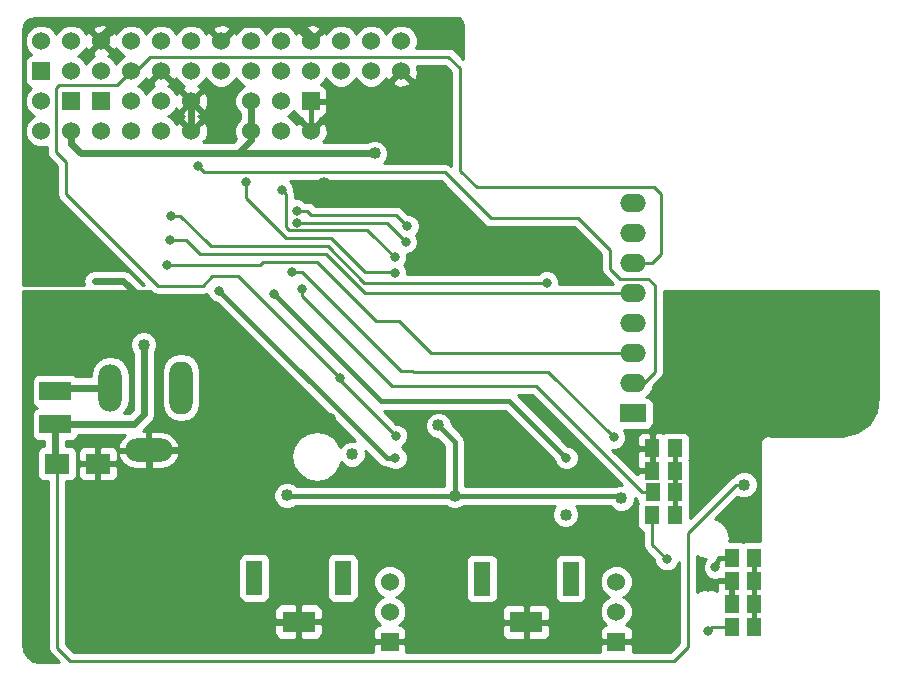
<source format=gbl>
G04 (created by PCBNEW (2013-08-20 BZR 4294)-product) date 9/16/2013 9:24:49 PM*
%MOIN*%
G04 Gerber Fmt 3.4, Leading zero omitted, Abs format*
%FSLAX34Y34*%
G01*
G70*
G90*
G04 APERTURE LIST*
%ADD10C,0.001000*%
%ADD11R,0.055118X0.114173*%
%ADD12R,0.110236X0.070866*%
%ADD13R,0.060000X0.060000*%
%ADD14C,0.060000*%
%ADD15R,0.086600X0.060000*%
%ADD16O,0.086600X0.060000*%
%ADD17R,0.051200X0.059000*%
%ADD18R,0.082700X0.066900*%
%ADD19R,0.106000X0.063000*%
%ADD20O,0.157500X0.078700*%
%ADD21O,0.078700X0.157500*%
%ADD22O,0.078700X0.177200*%
%ADD23C,0.040000*%
%ADD24C,0.032000*%
%ADD25C,0.018000*%
%ADD26C,0.024000*%
%ADD27C,0.010000*%
G04 APERTURE END LIST*
G54D10*
G54D11*
X83031Y-62696D03*
G54D12*
X81555Y-64153D03*
G54D11*
X80078Y-62696D03*
X75440Y-62673D03*
G54D12*
X73964Y-64129D03*
G54D11*
X72488Y-62673D03*
G54D13*
X65385Y-45776D03*
G54D14*
X65385Y-44776D03*
X66385Y-45776D03*
X66385Y-44776D03*
X67385Y-45776D03*
X67385Y-44776D03*
X68385Y-45776D03*
X68385Y-44776D03*
X69385Y-45776D03*
X69385Y-44776D03*
X70385Y-45776D03*
X70385Y-44776D03*
X71385Y-45776D03*
X71385Y-44776D03*
X72385Y-45776D03*
X72385Y-44776D03*
X73385Y-45776D03*
X73385Y-44776D03*
X74385Y-45776D03*
X74385Y-44776D03*
X75385Y-45776D03*
X75385Y-44776D03*
X76385Y-45776D03*
X76385Y-44776D03*
X77385Y-45776D03*
X77385Y-44776D03*
G54D15*
X85118Y-57181D03*
G54D16*
X85118Y-56181D03*
X85118Y-55181D03*
X85118Y-54181D03*
X85118Y-53181D03*
X85118Y-52181D03*
X85118Y-51181D03*
X85118Y-50181D03*
G54D17*
X85760Y-60584D03*
X86510Y-60584D03*
X88412Y-62000D03*
X89162Y-62000D03*
G54D13*
X74380Y-46780D03*
G54D14*
X74380Y-47780D03*
X73380Y-46780D03*
X73380Y-47780D03*
X72380Y-46780D03*
X72380Y-47780D03*
G54D17*
X86502Y-58352D03*
X85752Y-58352D03*
X89154Y-62763D03*
X88404Y-62763D03*
X85764Y-59805D03*
X86514Y-59805D03*
X88412Y-64303D03*
X89162Y-64303D03*
G54D18*
X65917Y-58870D03*
X67279Y-58870D03*
G54D19*
X65850Y-56450D03*
X65850Y-57550D03*
G54D13*
X67388Y-46781D03*
G54D14*
X67388Y-47781D03*
X68388Y-46781D03*
X68388Y-47781D03*
X69388Y-46781D03*
X69388Y-47781D03*
X70388Y-46781D03*
X70388Y-47781D03*
G54D13*
X66385Y-46775D03*
G54D14*
X66385Y-47775D03*
X65385Y-46775D03*
X65385Y-47775D03*
G54D13*
X77000Y-64799D03*
G54D14*
X77000Y-63799D03*
X77000Y-62799D03*
G54D13*
X84555Y-64795D03*
G54D14*
X84555Y-63795D03*
X84555Y-62795D03*
G54D17*
X86502Y-59104D03*
X85752Y-59104D03*
X89162Y-63531D03*
X88412Y-63531D03*
G54D20*
X68968Y-58413D03*
G54D21*
X67688Y-56326D03*
G54D22*
X70051Y-56326D03*
G54D23*
X82864Y-60561D03*
X75748Y-58543D03*
X84720Y-60011D03*
X73578Y-59921D03*
X79169Y-59940D03*
X78622Y-57586D03*
G54D24*
X75059Y-57342D03*
G54D23*
X87618Y-62933D03*
X88622Y-58228D03*
X71850Y-54318D03*
X88818Y-59566D03*
X68803Y-54901D03*
X74803Y-49507D03*
X78444Y-51614D03*
X76500Y-48523D03*
G54D24*
X77216Y-57940D03*
X75342Y-56003D03*
X73740Y-52460D03*
X84480Y-57988D03*
X87618Y-64448D03*
X74074Y-53031D03*
X77188Y-58661D03*
X71318Y-53110D03*
X86240Y-62047D03*
X87854Y-62322D03*
X77165Y-51988D03*
X73405Y-49744D03*
X72224Y-49488D03*
X77165Y-52500D03*
X73897Y-50433D03*
X77590Y-50940D03*
X73917Y-50826D03*
X77547Y-51476D03*
X70610Y-48937D03*
X69586Y-52244D03*
X82244Y-52834D03*
X69724Y-50610D03*
X69665Y-51409D03*
X73137Y-53192D03*
X82889Y-58669D03*
G54D25*
X82903Y-60541D02*
X82883Y-60541D01*
X82883Y-60541D02*
X82864Y-60561D01*
X75767Y-58523D02*
X75787Y-58523D01*
X75748Y-58543D02*
X75767Y-58523D01*
X84649Y-59940D02*
X79169Y-59940D01*
X84720Y-60011D02*
X84649Y-59940D01*
X79169Y-59940D02*
X73598Y-59940D01*
X73598Y-59940D02*
X73578Y-59921D01*
X79169Y-58133D02*
X79169Y-59940D01*
X78622Y-57586D02*
X79169Y-58133D01*
X75078Y-57322D02*
X75059Y-57342D01*
X87598Y-62913D02*
X87618Y-62933D01*
G54D26*
X88622Y-58228D02*
X88602Y-58248D01*
X68968Y-58413D02*
X68968Y-60169D01*
X71925Y-64129D02*
X73964Y-64129D01*
X71299Y-63503D02*
X71925Y-64129D01*
X71299Y-62500D02*
X71299Y-63503D01*
X68968Y-60169D02*
X71299Y-62500D01*
G54D25*
X71850Y-54318D02*
X71850Y-56637D01*
X70074Y-58413D02*
X68968Y-58413D01*
X71830Y-54299D02*
X71818Y-54299D01*
X71850Y-54318D02*
X71830Y-54299D01*
X85752Y-59104D02*
X85752Y-58352D01*
X88412Y-63531D02*
X88412Y-62771D01*
X88412Y-62771D02*
X88404Y-62763D01*
G54D26*
X67165Y-52775D02*
X68129Y-52775D01*
X70680Y-58413D02*
X68968Y-58413D01*
X70964Y-58129D02*
X70680Y-58413D01*
X70964Y-54606D02*
X70964Y-58129D01*
X70610Y-54251D02*
X70964Y-54606D01*
X69606Y-54251D02*
X70610Y-54251D01*
X68129Y-52775D02*
X69606Y-54251D01*
G54D27*
X88818Y-59566D02*
X88562Y-59566D01*
X65917Y-65011D02*
X65917Y-58870D01*
X66358Y-65452D02*
X65917Y-65011D01*
X86476Y-65452D02*
X66358Y-65452D01*
X86948Y-64980D02*
X86476Y-65452D01*
X86948Y-61181D02*
X86948Y-64980D01*
X88562Y-59566D02*
X86948Y-61181D01*
X88818Y-59566D02*
X88818Y-59586D01*
G54D26*
X65850Y-57550D02*
X68477Y-57550D01*
X68477Y-57550D02*
X68803Y-57224D01*
X65850Y-57550D02*
X65850Y-58803D01*
X65850Y-58803D02*
X65917Y-58870D01*
X68803Y-57224D02*
X68803Y-54901D01*
G54D25*
X74803Y-49507D02*
X75393Y-50098D01*
X75393Y-50098D02*
X77696Y-50098D01*
X77696Y-50098D02*
X78444Y-50846D01*
X78444Y-50846D02*
X78444Y-51614D01*
G54D26*
X74385Y-44776D02*
X74385Y-44582D01*
X71968Y-44192D02*
X71385Y-44776D01*
X73996Y-44192D02*
X71968Y-44192D01*
X74385Y-44582D02*
X73996Y-44192D01*
X67385Y-44776D02*
X67385Y-44622D01*
X70723Y-44114D02*
X71385Y-44776D01*
X67893Y-44114D02*
X70723Y-44114D01*
X67385Y-44622D02*
X67893Y-44114D01*
X70388Y-46781D02*
X70388Y-46779D01*
X70388Y-46779D02*
X69385Y-45776D01*
X70388Y-46781D02*
X70388Y-47781D01*
G54D25*
X74380Y-46780D02*
X74380Y-47780D01*
X74380Y-46780D02*
X74432Y-46780D01*
X76791Y-46370D02*
X77385Y-45776D01*
G54D26*
X76500Y-48523D02*
X72074Y-48523D01*
G54D25*
X72074Y-48523D02*
X72000Y-48448D01*
G54D26*
X72380Y-46780D02*
X72380Y-47780D01*
X72380Y-48068D02*
X72380Y-47780D01*
X72000Y-48448D02*
X72380Y-48068D01*
X66712Y-48523D02*
X72074Y-48523D01*
X66385Y-48196D02*
X66712Y-48523D01*
G54D27*
X71942Y-52604D02*
X71096Y-52604D01*
X66220Y-49881D02*
X66220Y-48818D01*
X69271Y-52933D02*
X66220Y-49881D01*
X70767Y-52933D02*
X69271Y-52933D01*
X71096Y-52604D02*
X70767Y-52933D01*
X68385Y-45776D02*
X68534Y-45776D01*
X85732Y-52181D02*
X85118Y-52181D01*
X86043Y-51870D02*
X85732Y-52181D01*
X86043Y-49881D02*
X86043Y-51870D01*
X85807Y-49645D02*
X86043Y-49881D01*
X79901Y-49645D02*
X85807Y-49645D01*
X79350Y-49094D02*
X79901Y-49645D01*
X79350Y-45688D02*
X79350Y-49094D01*
X78956Y-45295D02*
X79350Y-45688D01*
X69015Y-45295D02*
X78956Y-45295D01*
X68534Y-45776D02*
X69015Y-45295D01*
X75342Y-56066D02*
X75342Y-56003D01*
X77216Y-57940D02*
X75342Y-56066D01*
X67909Y-46251D02*
X68385Y-45776D01*
X65976Y-46251D02*
X67909Y-46251D01*
X65870Y-46358D02*
X65976Y-46251D01*
X65870Y-48468D02*
X65870Y-46358D01*
X66220Y-48818D02*
X65870Y-48468D01*
X75342Y-56003D02*
X71942Y-52604D01*
X77768Y-55776D02*
X77391Y-55776D01*
X74074Y-52460D02*
X73740Y-52460D01*
X77391Y-55776D02*
X74074Y-52460D01*
X77768Y-55776D02*
X77795Y-55799D01*
X77795Y-55799D02*
X82291Y-55799D01*
X82291Y-55799D02*
X84480Y-57988D01*
X87618Y-64448D02*
X87763Y-64303D01*
X88412Y-64303D02*
X87763Y-64303D01*
X77204Y-56279D02*
X77086Y-56279D01*
X74074Y-53267D02*
X74074Y-53031D01*
X77086Y-56279D02*
X74074Y-53267D01*
X85764Y-59805D02*
X85407Y-59805D01*
X81881Y-56279D02*
X77204Y-56279D01*
X85407Y-59805D02*
X81881Y-56279D01*
G54D25*
X76901Y-58661D02*
X77188Y-58661D01*
X71318Y-53110D02*
X76901Y-58661D01*
X86502Y-58352D02*
X86502Y-60576D01*
X86502Y-60576D02*
X86510Y-60584D01*
G54D27*
X85760Y-61567D02*
X85760Y-60584D01*
X86240Y-62047D02*
X85760Y-61567D01*
G54D25*
X87854Y-62322D02*
X87984Y-62000D01*
X87984Y-62000D02*
X88412Y-62000D01*
X89162Y-62000D02*
X89162Y-62755D01*
X89162Y-62755D02*
X89154Y-62763D01*
X89162Y-62771D02*
X89162Y-63531D01*
X89162Y-63531D02*
X89162Y-64303D01*
G54D27*
X73651Y-51072D02*
X76250Y-51072D01*
X76250Y-51072D02*
X76377Y-51200D01*
X76377Y-51200D02*
X77165Y-51988D01*
X73543Y-50964D02*
X73651Y-51072D01*
X73543Y-49881D02*
X73543Y-50964D01*
X73405Y-49744D02*
X73543Y-49881D01*
G54D26*
X66385Y-47775D02*
X66385Y-48196D01*
X67688Y-56326D02*
X65973Y-56326D01*
X65973Y-56326D02*
X65850Y-56450D01*
G54D27*
X72224Y-50019D02*
X72224Y-49488D01*
X73562Y-51338D02*
X72224Y-50019D01*
X75059Y-51338D02*
X73562Y-51338D01*
X76181Y-52460D02*
X75059Y-51338D01*
X77125Y-52460D02*
X76181Y-52460D01*
X77165Y-52500D02*
X77125Y-52460D01*
X73897Y-50433D02*
X74251Y-50433D01*
X74377Y-50559D02*
X77208Y-50559D01*
X74251Y-50433D02*
X74377Y-50559D01*
X77590Y-50940D02*
X77208Y-50559D01*
X76988Y-50905D02*
X76988Y-50917D01*
X74311Y-50826D02*
X76909Y-50826D01*
X76909Y-50826D02*
X76988Y-50905D01*
X73917Y-50826D02*
X74311Y-50826D01*
X76988Y-50917D02*
X77547Y-51476D01*
X77547Y-51476D02*
X77519Y-51476D01*
X77547Y-51476D02*
X77515Y-51444D01*
X85472Y-56181D02*
X85118Y-56181D01*
X85846Y-55807D02*
X85472Y-56181D01*
X85846Y-52913D02*
X85846Y-55807D01*
X85629Y-52696D02*
X85846Y-52913D01*
X84685Y-52696D02*
X85629Y-52696D01*
X84350Y-52362D02*
X84685Y-52696D01*
X84350Y-51751D02*
X84350Y-52362D01*
X83287Y-50688D02*
X84350Y-51751D01*
X80374Y-50688D02*
X83287Y-50688D01*
X78838Y-49153D02*
X80374Y-50688D01*
X70826Y-49153D02*
X78838Y-49153D01*
X70610Y-48937D02*
X70826Y-49153D01*
X74576Y-52135D02*
X72785Y-52135D01*
X72755Y-52165D02*
X72755Y-52185D01*
X72785Y-52135D02*
X72755Y-52165D01*
X72755Y-52185D02*
X72696Y-52244D01*
X78370Y-55181D02*
X85118Y-55181D01*
X77303Y-54114D02*
X78370Y-55181D01*
X76555Y-54114D02*
X77303Y-54114D01*
X74576Y-52135D02*
X76555Y-54114D01*
X69586Y-52244D02*
X72696Y-52244D01*
X74940Y-51614D02*
X71062Y-51614D01*
X71062Y-51614D02*
X70944Y-51496D01*
X69724Y-50610D02*
X70019Y-50610D01*
X76161Y-52834D02*
X82244Y-52834D01*
X74940Y-51614D02*
X76161Y-52834D01*
X70019Y-50610D02*
X70944Y-51496D01*
X74872Y-51879D02*
X70679Y-51879D01*
X70679Y-51879D02*
X70590Y-51791D01*
X70590Y-51791D02*
X70452Y-51653D01*
X69665Y-51409D02*
X70208Y-51409D01*
X70208Y-51409D02*
X70452Y-51653D01*
X76173Y-53181D02*
X85118Y-53181D01*
X74872Y-51879D02*
X76173Y-53181D01*
G54D25*
X76704Y-56759D02*
X73137Y-53192D01*
X80980Y-56759D02*
X76704Y-56759D01*
X82889Y-58669D02*
X80980Y-56759D01*
G54D10*
G36*
X86648Y-64856D02*
X86352Y-65152D01*
X85105Y-65152D01*
X85105Y-63686D01*
X85021Y-63484D01*
X84867Y-63329D01*
X84785Y-63295D01*
X84866Y-63261D01*
X85021Y-63107D01*
X85105Y-62905D01*
X85105Y-62686D01*
X85021Y-62484D01*
X84867Y-62329D01*
X84665Y-62245D01*
X84446Y-62245D01*
X84243Y-62328D01*
X84089Y-62483D01*
X84005Y-62685D01*
X84005Y-62904D01*
X84088Y-63106D01*
X84243Y-63261D01*
X84325Y-63295D01*
X84243Y-63328D01*
X84089Y-63483D01*
X84005Y-63685D01*
X84005Y-63904D01*
X84088Y-64106D01*
X84227Y-64245D01*
X84205Y-64245D01*
X84113Y-64283D01*
X84043Y-64353D01*
X84005Y-64445D01*
X84005Y-64682D01*
X84067Y-64745D01*
X84505Y-64745D01*
X84505Y-64737D01*
X84605Y-64737D01*
X84605Y-64745D01*
X85042Y-64745D01*
X85105Y-64682D01*
X85105Y-64445D01*
X85067Y-64353D01*
X84996Y-64283D01*
X84904Y-64245D01*
X84882Y-64245D01*
X85021Y-64107D01*
X85105Y-63905D01*
X85105Y-63686D01*
X85105Y-65152D01*
X85101Y-65152D01*
X85105Y-65145D01*
X85105Y-64907D01*
X85042Y-64845D01*
X84605Y-64845D01*
X84605Y-64853D01*
X84505Y-64853D01*
X84505Y-64845D01*
X84067Y-64845D01*
X84005Y-64907D01*
X84005Y-65145D01*
X84008Y-65152D01*
X83557Y-65152D01*
X83557Y-63317D01*
X83557Y-63217D01*
X83557Y-62076D01*
X83519Y-61984D01*
X83448Y-61914D01*
X83356Y-61875D01*
X83257Y-61875D01*
X82706Y-61875D01*
X82614Y-61914D01*
X82543Y-61984D01*
X82505Y-62076D01*
X82505Y-62175D01*
X82505Y-63317D01*
X82543Y-63409D01*
X82614Y-63479D01*
X82706Y-63517D01*
X82805Y-63517D01*
X83356Y-63517D01*
X83448Y-63479D01*
X83519Y-63409D01*
X83557Y-63317D01*
X83557Y-65152D01*
X82356Y-65152D01*
X82356Y-64557D01*
X82356Y-64458D01*
X82356Y-64266D01*
X82356Y-64041D01*
X82356Y-63848D01*
X82356Y-63749D01*
X82318Y-63657D01*
X82247Y-63587D01*
X82156Y-63549D01*
X81667Y-63549D01*
X81605Y-63611D01*
X81605Y-64103D01*
X82293Y-64103D01*
X82356Y-64041D01*
X82356Y-64266D01*
X82293Y-64203D01*
X81605Y-64203D01*
X81605Y-64695D01*
X81667Y-64757D01*
X82156Y-64757D01*
X82247Y-64719D01*
X82318Y-64649D01*
X82356Y-64557D01*
X82356Y-65152D01*
X81505Y-65152D01*
X81505Y-64695D01*
X81505Y-64203D01*
X81505Y-64103D01*
X81505Y-63611D01*
X81442Y-63549D01*
X80954Y-63549D01*
X80862Y-63587D01*
X80791Y-63657D01*
X80753Y-63749D01*
X80753Y-63848D01*
X80753Y-64041D01*
X80816Y-64103D01*
X81505Y-64103D01*
X81505Y-64203D01*
X80816Y-64203D01*
X80753Y-64266D01*
X80753Y-64458D01*
X80753Y-64557D01*
X80791Y-64649D01*
X80862Y-64719D01*
X80954Y-64757D01*
X81442Y-64757D01*
X81505Y-64695D01*
X81505Y-65152D01*
X80604Y-65152D01*
X80604Y-63317D01*
X80604Y-63217D01*
X80604Y-62076D01*
X80566Y-61984D01*
X80495Y-61914D01*
X80404Y-61875D01*
X80304Y-61875D01*
X79753Y-61875D01*
X79661Y-61914D01*
X79591Y-61984D01*
X79553Y-62076D01*
X79553Y-62175D01*
X79553Y-63317D01*
X79591Y-63409D01*
X79661Y-63479D01*
X79753Y-63517D01*
X79852Y-63517D01*
X80404Y-63517D01*
X80495Y-63479D01*
X80566Y-63409D01*
X80604Y-63317D01*
X80604Y-65152D01*
X77550Y-65152D01*
X77550Y-63690D01*
X77466Y-63488D01*
X77311Y-63333D01*
X77230Y-63299D01*
X77311Y-63265D01*
X77465Y-63111D01*
X77549Y-62909D01*
X77550Y-62690D01*
X77466Y-62488D01*
X77311Y-62333D01*
X77109Y-62249D01*
X76891Y-62249D01*
X76688Y-62332D01*
X76534Y-62487D01*
X76450Y-62689D01*
X76449Y-62908D01*
X76533Y-63110D01*
X76688Y-63265D01*
X76769Y-63299D01*
X76688Y-63332D01*
X76534Y-63487D01*
X76450Y-63689D01*
X76449Y-63908D01*
X76533Y-64110D01*
X76672Y-64249D01*
X76650Y-64249D01*
X76558Y-64287D01*
X76488Y-64357D01*
X76450Y-64449D01*
X76450Y-64686D01*
X76512Y-64749D01*
X76950Y-64749D01*
X76950Y-64741D01*
X77050Y-64741D01*
X77050Y-64749D01*
X77487Y-64749D01*
X77550Y-64686D01*
X77550Y-64449D01*
X77511Y-64357D01*
X77441Y-64287D01*
X77349Y-64249D01*
X77327Y-64249D01*
X77465Y-64111D01*
X77549Y-63909D01*
X77550Y-63690D01*
X77550Y-65152D01*
X77548Y-65152D01*
X77550Y-65148D01*
X77550Y-64911D01*
X77487Y-64849D01*
X77050Y-64849D01*
X77050Y-64857D01*
X76950Y-64857D01*
X76950Y-64849D01*
X76512Y-64849D01*
X76450Y-64911D01*
X76450Y-65148D01*
X76451Y-65152D01*
X75966Y-65152D01*
X75966Y-63293D01*
X75966Y-63194D01*
X75966Y-62052D01*
X75928Y-61960D01*
X75858Y-61890D01*
X75766Y-61852D01*
X75666Y-61852D01*
X75115Y-61852D01*
X75023Y-61890D01*
X74953Y-61960D01*
X74915Y-62052D01*
X74915Y-62152D01*
X74915Y-63293D01*
X74953Y-63385D01*
X75023Y-63456D01*
X75115Y-63494D01*
X75215Y-63494D01*
X75766Y-63494D01*
X75858Y-63456D01*
X75928Y-63385D01*
X75966Y-63293D01*
X75966Y-65152D01*
X74765Y-65152D01*
X74765Y-64533D01*
X74765Y-64434D01*
X74765Y-64242D01*
X74765Y-64017D01*
X74765Y-63825D01*
X74765Y-63725D01*
X74727Y-63633D01*
X74657Y-63563D01*
X74565Y-63525D01*
X74077Y-63525D01*
X74014Y-63588D01*
X74014Y-64079D01*
X74703Y-64079D01*
X74765Y-64017D01*
X74765Y-64242D01*
X74703Y-64179D01*
X74014Y-64179D01*
X74014Y-64671D01*
X74077Y-64734D01*
X74565Y-64734D01*
X74657Y-64696D01*
X74727Y-64625D01*
X74765Y-64533D01*
X74765Y-65152D01*
X73914Y-65152D01*
X73914Y-64671D01*
X73914Y-64179D01*
X73914Y-64079D01*
X73914Y-63588D01*
X73852Y-63525D01*
X73363Y-63525D01*
X73271Y-63563D01*
X73201Y-63633D01*
X73163Y-63725D01*
X73163Y-63825D01*
X73163Y-64017D01*
X73225Y-64079D01*
X73914Y-64079D01*
X73914Y-64179D01*
X73225Y-64179D01*
X73163Y-64242D01*
X73163Y-64434D01*
X73163Y-64533D01*
X73201Y-64625D01*
X73271Y-64696D01*
X73363Y-64734D01*
X73852Y-64734D01*
X73914Y-64671D01*
X73914Y-65152D01*
X73013Y-65152D01*
X73013Y-63293D01*
X73013Y-63194D01*
X73013Y-62052D01*
X72975Y-61960D01*
X72905Y-61890D01*
X72813Y-61852D01*
X72714Y-61852D01*
X72162Y-61852D01*
X72070Y-61890D01*
X72000Y-61960D01*
X71962Y-62052D01*
X71962Y-62152D01*
X71962Y-63293D01*
X72000Y-63385D01*
X72070Y-63456D01*
X72162Y-63494D01*
X72262Y-63494D01*
X72813Y-63494D01*
X72905Y-63456D01*
X72975Y-63385D01*
X73013Y-63293D01*
X73013Y-65152D01*
X70695Y-65152D01*
X70695Y-56841D01*
X70695Y-55812D01*
X70646Y-55565D01*
X70506Y-55356D01*
X70297Y-55217D01*
X70051Y-55168D01*
X69805Y-55217D01*
X69596Y-55356D01*
X69457Y-55565D01*
X69408Y-55812D01*
X69408Y-56841D01*
X69457Y-57087D01*
X69596Y-57296D01*
X69805Y-57436D01*
X70051Y-57485D01*
X70297Y-57436D01*
X70506Y-57296D01*
X70646Y-57087D01*
X70695Y-56841D01*
X70695Y-65152D01*
X69988Y-65152D01*
X69988Y-58563D01*
X69988Y-58264D01*
X69976Y-58213D01*
X69852Y-57994D01*
X69655Y-57838D01*
X69412Y-57770D01*
X69018Y-57770D01*
X69018Y-58363D01*
X69941Y-58363D01*
X69988Y-58264D01*
X69988Y-58563D01*
X69941Y-58463D01*
X69018Y-58463D01*
X69018Y-59057D01*
X69412Y-59057D01*
X69655Y-58989D01*
X69852Y-58833D01*
X69976Y-58613D01*
X69988Y-58563D01*
X69988Y-65152D01*
X68918Y-65152D01*
X68918Y-59057D01*
X68918Y-58463D01*
X67995Y-58463D01*
X67948Y-58563D01*
X67960Y-58613D01*
X68084Y-58833D01*
X68282Y-58989D01*
X68524Y-59057D01*
X68918Y-59057D01*
X68918Y-65152D01*
X67942Y-65152D01*
X67942Y-59254D01*
X67942Y-59154D01*
X67942Y-58982D01*
X67942Y-58757D01*
X67942Y-58585D01*
X67942Y-58485D01*
X67904Y-58393D01*
X67834Y-58323D01*
X67742Y-58285D01*
X67391Y-58285D01*
X67329Y-58348D01*
X67329Y-58820D01*
X67880Y-58820D01*
X67942Y-58757D01*
X67942Y-58982D01*
X67880Y-58920D01*
X67329Y-58920D01*
X67329Y-59392D01*
X67391Y-59454D01*
X67742Y-59454D01*
X67834Y-59416D01*
X67904Y-59346D01*
X67942Y-59254D01*
X67942Y-65152D01*
X67229Y-65152D01*
X67229Y-59392D01*
X67229Y-58920D01*
X67229Y-58820D01*
X67229Y-58348D01*
X67166Y-58285D01*
X66816Y-58285D01*
X66724Y-58323D01*
X66653Y-58393D01*
X66615Y-58485D01*
X66615Y-58585D01*
X66615Y-58757D01*
X66678Y-58820D01*
X67229Y-58820D01*
X67229Y-58920D01*
X66678Y-58920D01*
X66615Y-58982D01*
X66615Y-59154D01*
X66615Y-59254D01*
X66653Y-59346D01*
X66724Y-59416D01*
X66816Y-59454D01*
X67166Y-59454D01*
X67229Y-59392D01*
X67229Y-65152D01*
X66482Y-65152D01*
X66217Y-64887D01*
X66217Y-59454D01*
X66380Y-59454D01*
X66472Y-59416D01*
X66542Y-59346D01*
X66580Y-59254D01*
X66580Y-59154D01*
X66580Y-58485D01*
X66542Y-58393D01*
X66472Y-58323D01*
X66380Y-58285D01*
X66281Y-58285D01*
X66220Y-58285D01*
X66220Y-58115D01*
X66430Y-58115D01*
X66522Y-58076D01*
X66592Y-58006D01*
X66628Y-57920D01*
X68178Y-57920D01*
X68084Y-57994D01*
X67960Y-58213D01*
X67948Y-58264D01*
X67995Y-58363D01*
X68918Y-58363D01*
X68918Y-57770D01*
X68780Y-57770D01*
X69064Y-57486D01*
X69144Y-57366D01*
X69173Y-57224D01*
X69173Y-55168D01*
X69184Y-55156D01*
X69253Y-54991D01*
X69253Y-54812D01*
X69184Y-54647D01*
X69058Y-54520D01*
X68893Y-54451D01*
X68714Y-54451D01*
X68548Y-54519D01*
X68421Y-54646D01*
X68353Y-54811D01*
X68353Y-54990D01*
X68421Y-55156D01*
X68433Y-55167D01*
X68433Y-57071D01*
X68324Y-57180D01*
X68154Y-57180D01*
X68283Y-56987D01*
X68332Y-56741D01*
X68332Y-55912D01*
X68283Y-55666D01*
X68143Y-55457D01*
X67934Y-55317D01*
X67688Y-55268D01*
X67442Y-55317D01*
X67233Y-55457D01*
X67094Y-55666D01*
X67045Y-55912D01*
X67045Y-55956D01*
X66555Y-55956D01*
X66522Y-55923D01*
X66430Y-55885D01*
X66330Y-55885D01*
X65270Y-55885D01*
X65178Y-55923D01*
X65108Y-55993D01*
X65070Y-56085D01*
X65070Y-56184D01*
X65070Y-56814D01*
X65108Y-56906D01*
X65178Y-56976D01*
X65234Y-57000D01*
X65178Y-57023D01*
X65108Y-57093D01*
X65070Y-57185D01*
X65070Y-57284D01*
X65070Y-57914D01*
X65108Y-58006D01*
X65178Y-58076D01*
X65270Y-58115D01*
X65370Y-58115D01*
X65480Y-58115D01*
X65480Y-58285D01*
X65454Y-58285D01*
X65362Y-58323D01*
X65291Y-58393D01*
X65253Y-58485D01*
X65253Y-58585D01*
X65253Y-59254D01*
X65291Y-59346D01*
X65362Y-59416D01*
X65454Y-59454D01*
X65553Y-59454D01*
X65617Y-59454D01*
X65617Y-65011D01*
X65640Y-65126D01*
X65705Y-65224D01*
X65966Y-65485D01*
X65328Y-65485D01*
X65112Y-65431D01*
X64932Y-65299D01*
X64817Y-65108D01*
X64779Y-64854D01*
X64779Y-53101D01*
X69015Y-53101D01*
X69059Y-53145D01*
X69156Y-53210D01*
X69271Y-53233D01*
X70767Y-53233D01*
X70767Y-53233D01*
X70882Y-53210D01*
X70882Y-53210D01*
X70909Y-53192D01*
X70909Y-53192D01*
X70971Y-53342D01*
X71086Y-53457D01*
X71236Y-53520D01*
X71248Y-53520D01*
X75855Y-58100D01*
X75837Y-58093D01*
X75658Y-58093D01*
X75493Y-58161D01*
X75366Y-58288D01*
X75361Y-58301D01*
X75359Y-58293D01*
X75175Y-58017D01*
X74899Y-57833D01*
X74574Y-57768D01*
X74248Y-57833D01*
X73972Y-58017D01*
X73788Y-58293D01*
X73723Y-58619D01*
X73788Y-58944D01*
X73972Y-59220D01*
X74248Y-59404D01*
X74574Y-59469D01*
X74899Y-59404D01*
X75175Y-59220D01*
X75359Y-58944D01*
X75384Y-58816D01*
X75492Y-58924D01*
X75658Y-58993D01*
X75837Y-58993D01*
X76002Y-58925D01*
X76129Y-58798D01*
X76197Y-58633D01*
X76198Y-58454D01*
X76189Y-58432D01*
X76661Y-58902D01*
X76716Y-58938D01*
X76771Y-58975D01*
X76771Y-58975D01*
X76772Y-58975D01*
X76836Y-58988D01*
X76901Y-59001D01*
X76949Y-59001D01*
X76956Y-59008D01*
X77107Y-59071D01*
X77270Y-59071D01*
X77420Y-59009D01*
X77536Y-58893D01*
X77598Y-58743D01*
X77599Y-58580D01*
X77536Y-58429D01*
X77421Y-58314D01*
X77404Y-58306D01*
X77448Y-58288D01*
X77563Y-58173D01*
X77626Y-58022D01*
X77626Y-57859D01*
X77564Y-57709D01*
X77449Y-57593D01*
X77298Y-57531D01*
X77230Y-57530D01*
X76799Y-57099D01*
X80839Y-57099D01*
X82479Y-58740D01*
X82479Y-58750D01*
X82541Y-58901D01*
X82657Y-59016D01*
X82807Y-59079D01*
X82970Y-59079D01*
X83121Y-59017D01*
X83237Y-58901D01*
X83299Y-58751D01*
X83299Y-58588D01*
X83237Y-58437D01*
X83122Y-58321D01*
X82971Y-58259D01*
X82960Y-58259D01*
X81280Y-56579D01*
X81757Y-56579D01*
X84739Y-59561D01*
X84631Y-59561D01*
X84536Y-59600D01*
X79509Y-59600D01*
X79509Y-58133D01*
X79483Y-58003D01*
X79409Y-57893D01*
X79072Y-57555D01*
X79072Y-57497D01*
X79003Y-57332D01*
X78877Y-57205D01*
X78711Y-57136D01*
X78532Y-57136D01*
X78367Y-57204D01*
X78240Y-57331D01*
X78172Y-57496D01*
X78171Y-57675D01*
X78240Y-57841D01*
X78366Y-57967D01*
X78532Y-58036D01*
X78591Y-58036D01*
X78829Y-58274D01*
X78829Y-59600D01*
X73894Y-59600D01*
X73833Y-59539D01*
X73668Y-59471D01*
X73489Y-59471D01*
X73324Y-59539D01*
X73197Y-59666D01*
X73128Y-59831D01*
X73128Y-60010D01*
X73197Y-60175D01*
X73323Y-60302D01*
X73488Y-60371D01*
X73667Y-60371D01*
X73833Y-60302D01*
X73855Y-60280D01*
X78872Y-60280D01*
X78914Y-60322D01*
X79079Y-60390D01*
X79258Y-60391D01*
X79423Y-60322D01*
X79465Y-60280D01*
X82507Y-60280D01*
X82482Y-60305D01*
X82414Y-60471D01*
X82414Y-60650D01*
X82482Y-60815D01*
X82608Y-60942D01*
X82774Y-61010D01*
X82953Y-61011D01*
X83118Y-60942D01*
X83245Y-60816D01*
X83314Y-60650D01*
X83314Y-60471D01*
X83245Y-60306D01*
X83220Y-60280D01*
X84353Y-60280D01*
X84465Y-60393D01*
X84630Y-60461D01*
X84809Y-60461D01*
X84975Y-60393D01*
X85101Y-60267D01*
X85170Y-60101D01*
X85170Y-59992D01*
X85195Y-60017D01*
X85195Y-60017D01*
X85258Y-60059D01*
X85258Y-60149D01*
X85275Y-60190D01*
X85254Y-60239D01*
X85254Y-60339D01*
X85254Y-60929D01*
X85292Y-61021D01*
X85363Y-61091D01*
X85455Y-61129D01*
X85460Y-61129D01*
X85460Y-61567D01*
X85483Y-61682D01*
X85548Y-61780D01*
X85830Y-62061D01*
X85830Y-62128D01*
X85892Y-62279D01*
X86007Y-62394D01*
X86158Y-62457D01*
X86321Y-62457D01*
X86472Y-62395D01*
X86587Y-62279D01*
X86648Y-62132D01*
X86648Y-64856D01*
X86648Y-64856D01*
G37*
G54D27*
X86648Y-64856D02*
X86352Y-65152D01*
X85105Y-65152D01*
X85105Y-63686D01*
X85021Y-63484D01*
X84867Y-63329D01*
X84785Y-63295D01*
X84866Y-63261D01*
X85021Y-63107D01*
X85105Y-62905D01*
X85105Y-62686D01*
X85021Y-62484D01*
X84867Y-62329D01*
X84665Y-62245D01*
X84446Y-62245D01*
X84243Y-62328D01*
X84089Y-62483D01*
X84005Y-62685D01*
X84005Y-62904D01*
X84088Y-63106D01*
X84243Y-63261D01*
X84325Y-63295D01*
X84243Y-63328D01*
X84089Y-63483D01*
X84005Y-63685D01*
X84005Y-63904D01*
X84088Y-64106D01*
X84227Y-64245D01*
X84205Y-64245D01*
X84113Y-64283D01*
X84043Y-64353D01*
X84005Y-64445D01*
X84005Y-64682D01*
X84067Y-64745D01*
X84505Y-64745D01*
X84505Y-64737D01*
X84605Y-64737D01*
X84605Y-64745D01*
X85042Y-64745D01*
X85105Y-64682D01*
X85105Y-64445D01*
X85067Y-64353D01*
X84996Y-64283D01*
X84904Y-64245D01*
X84882Y-64245D01*
X85021Y-64107D01*
X85105Y-63905D01*
X85105Y-63686D01*
X85105Y-65152D01*
X85101Y-65152D01*
X85105Y-65145D01*
X85105Y-64907D01*
X85042Y-64845D01*
X84605Y-64845D01*
X84605Y-64853D01*
X84505Y-64853D01*
X84505Y-64845D01*
X84067Y-64845D01*
X84005Y-64907D01*
X84005Y-65145D01*
X84008Y-65152D01*
X83557Y-65152D01*
X83557Y-63317D01*
X83557Y-63217D01*
X83557Y-62076D01*
X83519Y-61984D01*
X83448Y-61914D01*
X83356Y-61875D01*
X83257Y-61875D01*
X82706Y-61875D01*
X82614Y-61914D01*
X82543Y-61984D01*
X82505Y-62076D01*
X82505Y-62175D01*
X82505Y-63317D01*
X82543Y-63409D01*
X82614Y-63479D01*
X82706Y-63517D01*
X82805Y-63517D01*
X83356Y-63517D01*
X83448Y-63479D01*
X83519Y-63409D01*
X83557Y-63317D01*
X83557Y-65152D01*
X82356Y-65152D01*
X82356Y-64557D01*
X82356Y-64458D01*
X82356Y-64266D01*
X82356Y-64041D01*
X82356Y-63848D01*
X82356Y-63749D01*
X82318Y-63657D01*
X82247Y-63587D01*
X82156Y-63549D01*
X81667Y-63549D01*
X81605Y-63611D01*
X81605Y-64103D01*
X82293Y-64103D01*
X82356Y-64041D01*
X82356Y-64266D01*
X82293Y-64203D01*
X81605Y-64203D01*
X81605Y-64695D01*
X81667Y-64757D01*
X82156Y-64757D01*
X82247Y-64719D01*
X82318Y-64649D01*
X82356Y-64557D01*
X82356Y-65152D01*
X81505Y-65152D01*
X81505Y-64695D01*
X81505Y-64203D01*
X81505Y-64103D01*
X81505Y-63611D01*
X81442Y-63549D01*
X80954Y-63549D01*
X80862Y-63587D01*
X80791Y-63657D01*
X80753Y-63749D01*
X80753Y-63848D01*
X80753Y-64041D01*
X80816Y-64103D01*
X81505Y-64103D01*
X81505Y-64203D01*
X80816Y-64203D01*
X80753Y-64266D01*
X80753Y-64458D01*
X80753Y-64557D01*
X80791Y-64649D01*
X80862Y-64719D01*
X80954Y-64757D01*
X81442Y-64757D01*
X81505Y-64695D01*
X81505Y-65152D01*
X80604Y-65152D01*
X80604Y-63317D01*
X80604Y-63217D01*
X80604Y-62076D01*
X80566Y-61984D01*
X80495Y-61914D01*
X80404Y-61875D01*
X80304Y-61875D01*
X79753Y-61875D01*
X79661Y-61914D01*
X79591Y-61984D01*
X79553Y-62076D01*
X79553Y-62175D01*
X79553Y-63317D01*
X79591Y-63409D01*
X79661Y-63479D01*
X79753Y-63517D01*
X79852Y-63517D01*
X80404Y-63517D01*
X80495Y-63479D01*
X80566Y-63409D01*
X80604Y-63317D01*
X80604Y-65152D01*
X77550Y-65152D01*
X77550Y-63690D01*
X77466Y-63488D01*
X77311Y-63333D01*
X77230Y-63299D01*
X77311Y-63265D01*
X77465Y-63111D01*
X77549Y-62909D01*
X77550Y-62690D01*
X77466Y-62488D01*
X77311Y-62333D01*
X77109Y-62249D01*
X76891Y-62249D01*
X76688Y-62332D01*
X76534Y-62487D01*
X76450Y-62689D01*
X76449Y-62908D01*
X76533Y-63110D01*
X76688Y-63265D01*
X76769Y-63299D01*
X76688Y-63332D01*
X76534Y-63487D01*
X76450Y-63689D01*
X76449Y-63908D01*
X76533Y-64110D01*
X76672Y-64249D01*
X76650Y-64249D01*
X76558Y-64287D01*
X76488Y-64357D01*
X76450Y-64449D01*
X76450Y-64686D01*
X76512Y-64749D01*
X76950Y-64749D01*
X76950Y-64741D01*
X77050Y-64741D01*
X77050Y-64749D01*
X77487Y-64749D01*
X77550Y-64686D01*
X77550Y-64449D01*
X77511Y-64357D01*
X77441Y-64287D01*
X77349Y-64249D01*
X77327Y-64249D01*
X77465Y-64111D01*
X77549Y-63909D01*
X77550Y-63690D01*
X77550Y-65152D01*
X77548Y-65152D01*
X77550Y-65148D01*
X77550Y-64911D01*
X77487Y-64849D01*
X77050Y-64849D01*
X77050Y-64857D01*
X76950Y-64857D01*
X76950Y-64849D01*
X76512Y-64849D01*
X76450Y-64911D01*
X76450Y-65148D01*
X76451Y-65152D01*
X75966Y-65152D01*
X75966Y-63293D01*
X75966Y-63194D01*
X75966Y-62052D01*
X75928Y-61960D01*
X75858Y-61890D01*
X75766Y-61852D01*
X75666Y-61852D01*
X75115Y-61852D01*
X75023Y-61890D01*
X74953Y-61960D01*
X74915Y-62052D01*
X74915Y-62152D01*
X74915Y-63293D01*
X74953Y-63385D01*
X75023Y-63456D01*
X75115Y-63494D01*
X75215Y-63494D01*
X75766Y-63494D01*
X75858Y-63456D01*
X75928Y-63385D01*
X75966Y-63293D01*
X75966Y-65152D01*
X74765Y-65152D01*
X74765Y-64533D01*
X74765Y-64434D01*
X74765Y-64242D01*
X74765Y-64017D01*
X74765Y-63825D01*
X74765Y-63725D01*
X74727Y-63633D01*
X74657Y-63563D01*
X74565Y-63525D01*
X74077Y-63525D01*
X74014Y-63588D01*
X74014Y-64079D01*
X74703Y-64079D01*
X74765Y-64017D01*
X74765Y-64242D01*
X74703Y-64179D01*
X74014Y-64179D01*
X74014Y-64671D01*
X74077Y-64734D01*
X74565Y-64734D01*
X74657Y-64696D01*
X74727Y-64625D01*
X74765Y-64533D01*
X74765Y-65152D01*
X73914Y-65152D01*
X73914Y-64671D01*
X73914Y-64179D01*
X73914Y-64079D01*
X73914Y-63588D01*
X73852Y-63525D01*
X73363Y-63525D01*
X73271Y-63563D01*
X73201Y-63633D01*
X73163Y-63725D01*
X73163Y-63825D01*
X73163Y-64017D01*
X73225Y-64079D01*
X73914Y-64079D01*
X73914Y-64179D01*
X73225Y-64179D01*
X73163Y-64242D01*
X73163Y-64434D01*
X73163Y-64533D01*
X73201Y-64625D01*
X73271Y-64696D01*
X73363Y-64734D01*
X73852Y-64734D01*
X73914Y-64671D01*
X73914Y-65152D01*
X73013Y-65152D01*
X73013Y-63293D01*
X73013Y-63194D01*
X73013Y-62052D01*
X72975Y-61960D01*
X72905Y-61890D01*
X72813Y-61852D01*
X72714Y-61852D01*
X72162Y-61852D01*
X72070Y-61890D01*
X72000Y-61960D01*
X71962Y-62052D01*
X71962Y-62152D01*
X71962Y-63293D01*
X72000Y-63385D01*
X72070Y-63456D01*
X72162Y-63494D01*
X72262Y-63494D01*
X72813Y-63494D01*
X72905Y-63456D01*
X72975Y-63385D01*
X73013Y-63293D01*
X73013Y-65152D01*
X70695Y-65152D01*
X70695Y-56841D01*
X70695Y-55812D01*
X70646Y-55565D01*
X70506Y-55356D01*
X70297Y-55217D01*
X70051Y-55168D01*
X69805Y-55217D01*
X69596Y-55356D01*
X69457Y-55565D01*
X69408Y-55812D01*
X69408Y-56841D01*
X69457Y-57087D01*
X69596Y-57296D01*
X69805Y-57436D01*
X70051Y-57485D01*
X70297Y-57436D01*
X70506Y-57296D01*
X70646Y-57087D01*
X70695Y-56841D01*
X70695Y-65152D01*
X69988Y-65152D01*
X69988Y-58563D01*
X69988Y-58264D01*
X69976Y-58213D01*
X69852Y-57994D01*
X69655Y-57838D01*
X69412Y-57770D01*
X69018Y-57770D01*
X69018Y-58363D01*
X69941Y-58363D01*
X69988Y-58264D01*
X69988Y-58563D01*
X69941Y-58463D01*
X69018Y-58463D01*
X69018Y-59057D01*
X69412Y-59057D01*
X69655Y-58989D01*
X69852Y-58833D01*
X69976Y-58613D01*
X69988Y-58563D01*
X69988Y-65152D01*
X68918Y-65152D01*
X68918Y-59057D01*
X68918Y-58463D01*
X67995Y-58463D01*
X67948Y-58563D01*
X67960Y-58613D01*
X68084Y-58833D01*
X68282Y-58989D01*
X68524Y-59057D01*
X68918Y-59057D01*
X68918Y-65152D01*
X67942Y-65152D01*
X67942Y-59254D01*
X67942Y-59154D01*
X67942Y-58982D01*
X67942Y-58757D01*
X67942Y-58585D01*
X67942Y-58485D01*
X67904Y-58393D01*
X67834Y-58323D01*
X67742Y-58285D01*
X67391Y-58285D01*
X67329Y-58348D01*
X67329Y-58820D01*
X67880Y-58820D01*
X67942Y-58757D01*
X67942Y-58982D01*
X67880Y-58920D01*
X67329Y-58920D01*
X67329Y-59392D01*
X67391Y-59454D01*
X67742Y-59454D01*
X67834Y-59416D01*
X67904Y-59346D01*
X67942Y-59254D01*
X67942Y-65152D01*
X67229Y-65152D01*
X67229Y-59392D01*
X67229Y-58920D01*
X67229Y-58820D01*
X67229Y-58348D01*
X67166Y-58285D01*
X66816Y-58285D01*
X66724Y-58323D01*
X66653Y-58393D01*
X66615Y-58485D01*
X66615Y-58585D01*
X66615Y-58757D01*
X66678Y-58820D01*
X67229Y-58820D01*
X67229Y-58920D01*
X66678Y-58920D01*
X66615Y-58982D01*
X66615Y-59154D01*
X66615Y-59254D01*
X66653Y-59346D01*
X66724Y-59416D01*
X66816Y-59454D01*
X67166Y-59454D01*
X67229Y-59392D01*
X67229Y-65152D01*
X66482Y-65152D01*
X66217Y-64887D01*
X66217Y-59454D01*
X66380Y-59454D01*
X66472Y-59416D01*
X66542Y-59346D01*
X66580Y-59254D01*
X66580Y-59154D01*
X66580Y-58485D01*
X66542Y-58393D01*
X66472Y-58323D01*
X66380Y-58285D01*
X66281Y-58285D01*
X66220Y-58285D01*
X66220Y-58115D01*
X66430Y-58115D01*
X66522Y-58076D01*
X66592Y-58006D01*
X66628Y-57920D01*
X68178Y-57920D01*
X68084Y-57994D01*
X67960Y-58213D01*
X67948Y-58264D01*
X67995Y-58363D01*
X68918Y-58363D01*
X68918Y-57770D01*
X68780Y-57770D01*
X69064Y-57486D01*
X69144Y-57366D01*
X69173Y-57224D01*
X69173Y-55168D01*
X69184Y-55156D01*
X69253Y-54991D01*
X69253Y-54812D01*
X69184Y-54647D01*
X69058Y-54520D01*
X68893Y-54451D01*
X68714Y-54451D01*
X68548Y-54519D01*
X68421Y-54646D01*
X68353Y-54811D01*
X68353Y-54990D01*
X68421Y-55156D01*
X68433Y-55167D01*
X68433Y-57071D01*
X68324Y-57180D01*
X68154Y-57180D01*
X68283Y-56987D01*
X68332Y-56741D01*
X68332Y-55912D01*
X68283Y-55666D01*
X68143Y-55457D01*
X67934Y-55317D01*
X67688Y-55268D01*
X67442Y-55317D01*
X67233Y-55457D01*
X67094Y-55666D01*
X67045Y-55912D01*
X67045Y-55956D01*
X66555Y-55956D01*
X66522Y-55923D01*
X66430Y-55885D01*
X66330Y-55885D01*
X65270Y-55885D01*
X65178Y-55923D01*
X65108Y-55993D01*
X65070Y-56085D01*
X65070Y-56184D01*
X65070Y-56814D01*
X65108Y-56906D01*
X65178Y-56976D01*
X65234Y-57000D01*
X65178Y-57023D01*
X65108Y-57093D01*
X65070Y-57185D01*
X65070Y-57284D01*
X65070Y-57914D01*
X65108Y-58006D01*
X65178Y-58076D01*
X65270Y-58115D01*
X65370Y-58115D01*
X65480Y-58115D01*
X65480Y-58285D01*
X65454Y-58285D01*
X65362Y-58323D01*
X65291Y-58393D01*
X65253Y-58485D01*
X65253Y-58585D01*
X65253Y-59254D01*
X65291Y-59346D01*
X65362Y-59416D01*
X65454Y-59454D01*
X65553Y-59454D01*
X65617Y-59454D01*
X65617Y-65011D01*
X65640Y-65126D01*
X65705Y-65224D01*
X65966Y-65485D01*
X65328Y-65485D01*
X65112Y-65431D01*
X64932Y-65299D01*
X64817Y-65108D01*
X64779Y-64854D01*
X64779Y-53101D01*
X69015Y-53101D01*
X69059Y-53145D01*
X69156Y-53210D01*
X69271Y-53233D01*
X70767Y-53233D01*
X70767Y-53233D01*
X70882Y-53210D01*
X70882Y-53210D01*
X70909Y-53192D01*
X70909Y-53192D01*
X70971Y-53342D01*
X71086Y-53457D01*
X71236Y-53520D01*
X71248Y-53520D01*
X75855Y-58100D01*
X75837Y-58093D01*
X75658Y-58093D01*
X75493Y-58161D01*
X75366Y-58288D01*
X75361Y-58301D01*
X75359Y-58293D01*
X75175Y-58017D01*
X74899Y-57833D01*
X74574Y-57768D01*
X74248Y-57833D01*
X73972Y-58017D01*
X73788Y-58293D01*
X73723Y-58619D01*
X73788Y-58944D01*
X73972Y-59220D01*
X74248Y-59404D01*
X74574Y-59469D01*
X74899Y-59404D01*
X75175Y-59220D01*
X75359Y-58944D01*
X75384Y-58816D01*
X75492Y-58924D01*
X75658Y-58993D01*
X75837Y-58993D01*
X76002Y-58925D01*
X76129Y-58798D01*
X76197Y-58633D01*
X76198Y-58454D01*
X76189Y-58432D01*
X76661Y-58902D01*
X76716Y-58938D01*
X76771Y-58975D01*
X76771Y-58975D01*
X76772Y-58975D01*
X76836Y-58988D01*
X76901Y-59001D01*
X76949Y-59001D01*
X76956Y-59008D01*
X77107Y-59071D01*
X77270Y-59071D01*
X77420Y-59009D01*
X77536Y-58893D01*
X77598Y-58743D01*
X77599Y-58580D01*
X77536Y-58429D01*
X77421Y-58314D01*
X77404Y-58306D01*
X77448Y-58288D01*
X77563Y-58173D01*
X77626Y-58022D01*
X77626Y-57859D01*
X77564Y-57709D01*
X77449Y-57593D01*
X77298Y-57531D01*
X77230Y-57530D01*
X76799Y-57099D01*
X80839Y-57099D01*
X82479Y-58740D01*
X82479Y-58750D01*
X82541Y-58901D01*
X82657Y-59016D01*
X82807Y-59079D01*
X82970Y-59079D01*
X83121Y-59017D01*
X83237Y-58901D01*
X83299Y-58751D01*
X83299Y-58588D01*
X83237Y-58437D01*
X83122Y-58321D01*
X82971Y-58259D01*
X82960Y-58259D01*
X81280Y-56579D01*
X81757Y-56579D01*
X84739Y-59561D01*
X84631Y-59561D01*
X84536Y-59600D01*
X79509Y-59600D01*
X79509Y-58133D01*
X79483Y-58003D01*
X79409Y-57893D01*
X79072Y-57555D01*
X79072Y-57497D01*
X79003Y-57332D01*
X78877Y-57205D01*
X78711Y-57136D01*
X78532Y-57136D01*
X78367Y-57204D01*
X78240Y-57331D01*
X78172Y-57496D01*
X78171Y-57675D01*
X78240Y-57841D01*
X78366Y-57967D01*
X78532Y-58036D01*
X78591Y-58036D01*
X78829Y-58274D01*
X78829Y-59600D01*
X73894Y-59600D01*
X73833Y-59539D01*
X73668Y-59471D01*
X73489Y-59471D01*
X73324Y-59539D01*
X73197Y-59666D01*
X73128Y-59831D01*
X73128Y-60010D01*
X73197Y-60175D01*
X73323Y-60302D01*
X73488Y-60371D01*
X73667Y-60371D01*
X73833Y-60302D01*
X73855Y-60280D01*
X78872Y-60280D01*
X78914Y-60322D01*
X79079Y-60390D01*
X79258Y-60391D01*
X79423Y-60322D01*
X79465Y-60280D01*
X82507Y-60280D01*
X82482Y-60305D01*
X82414Y-60471D01*
X82414Y-60650D01*
X82482Y-60815D01*
X82608Y-60942D01*
X82774Y-61010D01*
X82953Y-61011D01*
X83118Y-60942D01*
X83245Y-60816D01*
X83314Y-60650D01*
X83314Y-60471D01*
X83245Y-60306D01*
X83220Y-60280D01*
X84353Y-60280D01*
X84465Y-60393D01*
X84630Y-60461D01*
X84809Y-60461D01*
X84975Y-60393D01*
X85101Y-60267D01*
X85170Y-60101D01*
X85170Y-59992D01*
X85195Y-60017D01*
X85195Y-60017D01*
X85258Y-60059D01*
X85258Y-60149D01*
X85275Y-60190D01*
X85254Y-60239D01*
X85254Y-60339D01*
X85254Y-60929D01*
X85292Y-61021D01*
X85363Y-61091D01*
X85455Y-61129D01*
X85460Y-61129D01*
X85460Y-61567D01*
X85483Y-61682D01*
X85548Y-61780D01*
X85830Y-62061D01*
X85830Y-62128D01*
X85892Y-62279D01*
X86007Y-62394D01*
X86158Y-62457D01*
X86321Y-62457D01*
X86472Y-62395D01*
X86587Y-62279D01*
X86648Y-62132D01*
X86648Y-64856D01*
G54D10*
G36*
X88470Y-63581D02*
X88462Y-63581D01*
X88462Y-63589D01*
X88362Y-63589D01*
X88362Y-63581D01*
X88354Y-63581D01*
X88354Y-63481D01*
X88362Y-63481D01*
X88362Y-63048D01*
X88354Y-63041D01*
X88354Y-62813D01*
X87961Y-62813D01*
X87898Y-62876D01*
X87898Y-63009D01*
X87898Y-63101D01*
X87862Y-63078D01*
X87598Y-63025D01*
X87333Y-63078D01*
X87248Y-63134D01*
X87248Y-61934D01*
X87359Y-62007D01*
X87551Y-62046D01*
X87506Y-62090D01*
X87444Y-62240D01*
X87444Y-62404D01*
X87506Y-62554D01*
X87621Y-62670D01*
X87772Y-62732D01*
X87935Y-62732D01*
X87981Y-62713D01*
X88354Y-62713D01*
X88354Y-62705D01*
X88454Y-62705D01*
X88454Y-62713D01*
X88462Y-62713D01*
X88462Y-62813D01*
X88454Y-62813D01*
X88454Y-63246D01*
X88462Y-63254D01*
X88462Y-63481D01*
X88470Y-63481D01*
X88470Y-63581D01*
X88470Y-63581D01*
G37*
G54D27*
X88470Y-63581D02*
X88462Y-63581D01*
X88462Y-63589D01*
X88362Y-63589D01*
X88362Y-63581D01*
X88354Y-63581D01*
X88354Y-63481D01*
X88362Y-63481D01*
X88362Y-63048D01*
X88354Y-63041D01*
X88354Y-62813D01*
X87961Y-62813D01*
X87898Y-62876D01*
X87898Y-63009D01*
X87898Y-63101D01*
X87862Y-63078D01*
X87598Y-63025D01*
X87333Y-63078D01*
X87248Y-63134D01*
X87248Y-61934D01*
X87359Y-62007D01*
X87551Y-62046D01*
X87506Y-62090D01*
X87444Y-62240D01*
X87444Y-62404D01*
X87506Y-62554D01*
X87621Y-62670D01*
X87772Y-62732D01*
X87935Y-62732D01*
X87981Y-62713D01*
X88354Y-62713D01*
X88354Y-62705D01*
X88454Y-62705D01*
X88454Y-62713D01*
X88462Y-62713D01*
X88462Y-62813D01*
X88454Y-62813D01*
X88454Y-63246D01*
X88462Y-63254D01*
X88462Y-63481D01*
X88470Y-63481D01*
X88470Y-63581D01*
G54D10*
G36*
X93295Y-56618D02*
X93216Y-57127D01*
X92967Y-57537D01*
X92579Y-57821D01*
X92091Y-57940D01*
X89720Y-57940D01*
X89620Y-57920D01*
X89513Y-57941D01*
X89422Y-58002D01*
X89361Y-58093D01*
X89340Y-58200D01*
X89340Y-58220D01*
X89340Y-61455D01*
X88856Y-61455D01*
X88787Y-61483D01*
X88718Y-61455D01*
X88618Y-61455D01*
X88317Y-61455D01*
X88337Y-61354D01*
X88283Y-61083D01*
X88130Y-60854D01*
X87900Y-60700D01*
X87861Y-60692D01*
X88593Y-59960D01*
X88728Y-60016D01*
X88908Y-60017D01*
X89073Y-59948D01*
X89200Y-59822D01*
X89268Y-59656D01*
X89268Y-59477D01*
X89200Y-59312D01*
X89074Y-59185D01*
X88908Y-59117D01*
X88729Y-59116D01*
X88564Y-59185D01*
X88462Y-59286D01*
X88448Y-59289D01*
X88409Y-59315D01*
X88350Y-59354D01*
X87016Y-60688D01*
X87016Y-60239D01*
X87000Y-60199D01*
X87020Y-60149D01*
X87020Y-60050D01*
X87020Y-59460D01*
X87008Y-59431D01*
X87008Y-59349D01*
X87008Y-58759D01*
X86996Y-58728D01*
X87008Y-58697D01*
X87008Y-58597D01*
X87008Y-58007D01*
X86970Y-57915D01*
X86900Y-57845D01*
X86808Y-57807D01*
X86709Y-57807D01*
X86197Y-57807D01*
X86127Y-57836D01*
X86058Y-57807D01*
X85865Y-57807D01*
X85802Y-57869D01*
X85802Y-58302D01*
X85810Y-58302D01*
X85810Y-58402D01*
X85802Y-58402D01*
X85802Y-58621D01*
X85802Y-58834D01*
X85802Y-59054D01*
X85810Y-59054D01*
X85810Y-59154D01*
X85802Y-59154D01*
X85802Y-59162D01*
X85702Y-59162D01*
X85702Y-59154D01*
X85702Y-59054D01*
X85702Y-58834D01*
X85702Y-58621D01*
X85702Y-58402D01*
X85702Y-58302D01*
X85702Y-57869D01*
X85640Y-57807D01*
X85447Y-57807D01*
X85355Y-57845D01*
X85285Y-57915D01*
X85246Y-58007D01*
X85246Y-58107D01*
X85246Y-58239D01*
X85309Y-58302D01*
X85702Y-58302D01*
X85702Y-58402D01*
X85309Y-58402D01*
X85246Y-58464D01*
X85246Y-58597D01*
X85246Y-58697D01*
X85259Y-58728D01*
X85246Y-58759D01*
X85246Y-58859D01*
X85246Y-58991D01*
X85309Y-59054D01*
X85702Y-59054D01*
X85702Y-59154D01*
X85309Y-59154D01*
X85246Y-59216D01*
X85246Y-59220D01*
X84424Y-58398D01*
X84561Y-58398D01*
X84712Y-58335D01*
X84827Y-58220D01*
X84890Y-58070D01*
X84890Y-57906D01*
X84828Y-57756D01*
X84802Y-57731D01*
X85600Y-57731D01*
X85692Y-57693D01*
X85763Y-57622D01*
X85801Y-57530D01*
X85801Y-57431D01*
X85801Y-56831D01*
X85763Y-56739D01*
X85692Y-56669D01*
X85600Y-56631D01*
X85561Y-56631D01*
X85653Y-56570D01*
X85772Y-56391D01*
X85794Y-56283D01*
X86058Y-56019D01*
X86123Y-55921D01*
X86123Y-55921D01*
X86146Y-55807D01*
X86146Y-53101D01*
X93295Y-53101D01*
X93295Y-56618D01*
X93295Y-56618D01*
G37*
G54D27*
X93295Y-56618D02*
X93216Y-57127D01*
X92967Y-57537D01*
X92579Y-57821D01*
X92091Y-57940D01*
X89720Y-57940D01*
X89620Y-57920D01*
X89513Y-57941D01*
X89422Y-58002D01*
X89361Y-58093D01*
X89340Y-58200D01*
X89340Y-58220D01*
X89340Y-61455D01*
X88856Y-61455D01*
X88787Y-61483D01*
X88718Y-61455D01*
X88618Y-61455D01*
X88317Y-61455D01*
X88337Y-61354D01*
X88283Y-61083D01*
X88130Y-60854D01*
X87900Y-60700D01*
X87861Y-60692D01*
X88593Y-59960D01*
X88728Y-60016D01*
X88908Y-60017D01*
X89073Y-59948D01*
X89200Y-59822D01*
X89268Y-59656D01*
X89268Y-59477D01*
X89200Y-59312D01*
X89074Y-59185D01*
X88908Y-59117D01*
X88729Y-59116D01*
X88564Y-59185D01*
X88462Y-59286D01*
X88448Y-59289D01*
X88409Y-59315D01*
X88350Y-59354D01*
X87016Y-60688D01*
X87016Y-60239D01*
X87000Y-60199D01*
X87020Y-60149D01*
X87020Y-60050D01*
X87020Y-59460D01*
X87008Y-59431D01*
X87008Y-59349D01*
X87008Y-58759D01*
X86996Y-58728D01*
X87008Y-58697D01*
X87008Y-58597D01*
X87008Y-58007D01*
X86970Y-57915D01*
X86900Y-57845D01*
X86808Y-57807D01*
X86709Y-57807D01*
X86197Y-57807D01*
X86127Y-57836D01*
X86058Y-57807D01*
X85865Y-57807D01*
X85802Y-57869D01*
X85802Y-58302D01*
X85810Y-58302D01*
X85810Y-58402D01*
X85802Y-58402D01*
X85802Y-58621D01*
X85802Y-58834D01*
X85802Y-59054D01*
X85810Y-59054D01*
X85810Y-59154D01*
X85802Y-59154D01*
X85802Y-59162D01*
X85702Y-59162D01*
X85702Y-59154D01*
X85702Y-59054D01*
X85702Y-58834D01*
X85702Y-58621D01*
X85702Y-58402D01*
X85702Y-58302D01*
X85702Y-57869D01*
X85640Y-57807D01*
X85447Y-57807D01*
X85355Y-57845D01*
X85285Y-57915D01*
X85246Y-58007D01*
X85246Y-58107D01*
X85246Y-58239D01*
X85309Y-58302D01*
X85702Y-58302D01*
X85702Y-58402D01*
X85309Y-58402D01*
X85246Y-58464D01*
X85246Y-58597D01*
X85246Y-58697D01*
X85259Y-58728D01*
X85246Y-58759D01*
X85246Y-58859D01*
X85246Y-58991D01*
X85309Y-59054D01*
X85702Y-59054D01*
X85702Y-59154D01*
X85309Y-59154D01*
X85246Y-59216D01*
X85246Y-59220D01*
X84424Y-58398D01*
X84561Y-58398D01*
X84712Y-58335D01*
X84827Y-58220D01*
X84890Y-58070D01*
X84890Y-57906D01*
X84828Y-57756D01*
X84802Y-57731D01*
X85600Y-57731D01*
X85692Y-57693D01*
X85763Y-57622D01*
X85801Y-57530D01*
X85801Y-57431D01*
X85801Y-56831D01*
X85763Y-56739D01*
X85692Y-56669D01*
X85600Y-56631D01*
X85561Y-56631D01*
X85653Y-56570D01*
X85772Y-56391D01*
X85794Y-56283D01*
X86058Y-56019D01*
X86123Y-55921D01*
X86123Y-55921D01*
X86146Y-55807D01*
X86146Y-53101D01*
X93295Y-53101D01*
X93295Y-56618D01*
G54D10*
G36*
X72156Y-46277D02*
X72068Y-46313D01*
X71914Y-46468D01*
X71830Y-46670D01*
X71829Y-46888D01*
X71913Y-47091D01*
X72010Y-47187D01*
X72010Y-47372D01*
X71914Y-47468D01*
X71830Y-47670D01*
X71829Y-47888D01*
X71890Y-48035D01*
X71771Y-48153D01*
X70943Y-48153D01*
X70808Y-48153D01*
X70820Y-48142D01*
X70774Y-48096D01*
X70870Y-48069D01*
X70943Y-47863D01*
X70943Y-46863D01*
X70932Y-46644D01*
X70870Y-46493D01*
X70774Y-46466D01*
X70459Y-46781D01*
X70774Y-47096D01*
X70870Y-47069D01*
X70943Y-46863D01*
X70943Y-47863D01*
X70932Y-47644D01*
X70870Y-47493D01*
X70774Y-47466D01*
X70704Y-47537D01*
X70704Y-47395D01*
X70676Y-47300D01*
X70628Y-47282D01*
X70676Y-47262D01*
X70704Y-47167D01*
X70388Y-46852D01*
X70073Y-47167D01*
X70101Y-47262D01*
X70149Y-47280D01*
X70101Y-47300D01*
X70073Y-47395D01*
X70388Y-47710D01*
X70704Y-47395D01*
X70704Y-47537D01*
X70459Y-47781D01*
X70465Y-47787D01*
X70394Y-47857D01*
X70388Y-47852D01*
X70383Y-47857D01*
X70312Y-47787D01*
X70318Y-47781D01*
X70002Y-47466D01*
X69907Y-47493D01*
X69887Y-47549D01*
X69855Y-47470D01*
X69700Y-47315D01*
X69619Y-47281D01*
X69700Y-47248D01*
X69854Y-47093D01*
X69886Y-47017D01*
X69907Y-47069D01*
X70002Y-47096D01*
X70318Y-46781D01*
X70002Y-46466D01*
X69907Y-46493D01*
X69887Y-46549D01*
X69855Y-46470D01*
X69700Y-46315D01*
X69617Y-46280D01*
X69673Y-46257D01*
X69700Y-46162D01*
X69385Y-45847D01*
X69070Y-46162D01*
X69097Y-46257D01*
X69161Y-46280D01*
X69077Y-46315D01*
X68922Y-46469D01*
X68888Y-46551D01*
X68855Y-46470D01*
X68700Y-46315D01*
X68611Y-46278D01*
X68696Y-46242D01*
X68851Y-46088D01*
X68882Y-46012D01*
X68904Y-46064D01*
X68999Y-46091D01*
X69314Y-45776D01*
X69309Y-45770D01*
X69379Y-45700D01*
X69385Y-45705D01*
X69391Y-45700D01*
X69461Y-45770D01*
X69456Y-45776D01*
X69771Y-46091D01*
X69866Y-46064D01*
X69886Y-46008D01*
X69918Y-46087D01*
X70073Y-46242D01*
X70157Y-46277D01*
X70101Y-46300D01*
X70073Y-46395D01*
X70388Y-46710D01*
X70704Y-46395D01*
X70676Y-46300D01*
X70612Y-46277D01*
X70696Y-46242D01*
X70851Y-46088D01*
X70885Y-46006D01*
X70918Y-46087D01*
X71073Y-46242D01*
X71275Y-46326D01*
X71494Y-46326D01*
X71696Y-46242D01*
X71851Y-46088D01*
X71885Y-46006D01*
X71918Y-46087D01*
X72073Y-46242D01*
X72156Y-46277D01*
X72156Y-46277D01*
G37*
G54D27*
X72156Y-46277D02*
X72068Y-46313D01*
X71914Y-46468D01*
X71830Y-46670D01*
X71829Y-46888D01*
X71913Y-47091D01*
X72010Y-47187D01*
X72010Y-47372D01*
X71914Y-47468D01*
X71830Y-47670D01*
X71829Y-47888D01*
X71890Y-48035D01*
X71771Y-48153D01*
X70943Y-48153D01*
X70808Y-48153D01*
X70820Y-48142D01*
X70774Y-48096D01*
X70870Y-48069D01*
X70943Y-47863D01*
X70943Y-46863D01*
X70932Y-46644D01*
X70870Y-46493D01*
X70774Y-46466D01*
X70459Y-46781D01*
X70774Y-47096D01*
X70870Y-47069D01*
X70943Y-46863D01*
X70943Y-47863D01*
X70932Y-47644D01*
X70870Y-47493D01*
X70774Y-47466D01*
X70704Y-47537D01*
X70704Y-47395D01*
X70676Y-47300D01*
X70628Y-47282D01*
X70676Y-47262D01*
X70704Y-47167D01*
X70388Y-46852D01*
X70073Y-47167D01*
X70101Y-47262D01*
X70149Y-47280D01*
X70101Y-47300D01*
X70073Y-47395D01*
X70388Y-47710D01*
X70704Y-47395D01*
X70704Y-47537D01*
X70459Y-47781D01*
X70465Y-47787D01*
X70394Y-47857D01*
X70388Y-47852D01*
X70383Y-47857D01*
X70312Y-47787D01*
X70318Y-47781D01*
X70002Y-47466D01*
X69907Y-47493D01*
X69887Y-47549D01*
X69855Y-47470D01*
X69700Y-47315D01*
X69619Y-47281D01*
X69700Y-47248D01*
X69854Y-47093D01*
X69886Y-47017D01*
X69907Y-47069D01*
X70002Y-47096D01*
X70318Y-46781D01*
X70002Y-46466D01*
X69907Y-46493D01*
X69887Y-46549D01*
X69855Y-46470D01*
X69700Y-46315D01*
X69617Y-46280D01*
X69673Y-46257D01*
X69700Y-46162D01*
X69385Y-45847D01*
X69070Y-46162D01*
X69097Y-46257D01*
X69161Y-46280D01*
X69077Y-46315D01*
X68922Y-46469D01*
X68888Y-46551D01*
X68855Y-46470D01*
X68700Y-46315D01*
X68611Y-46278D01*
X68696Y-46242D01*
X68851Y-46088D01*
X68882Y-46012D01*
X68904Y-46064D01*
X68999Y-46091D01*
X69314Y-45776D01*
X69309Y-45770D01*
X69379Y-45700D01*
X69385Y-45705D01*
X69391Y-45700D01*
X69461Y-45770D01*
X69456Y-45776D01*
X69771Y-46091D01*
X69866Y-46064D01*
X69886Y-46008D01*
X69918Y-46087D01*
X70073Y-46242D01*
X70157Y-46277D01*
X70101Y-46300D01*
X70073Y-46395D01*
X70388Y-46710D01*
X70704Y-46395D01*
X70676Y-46300D01*
X70612Y-46277D01*
X70696Y-46242D01*
X70851Y-46088D01*
X70885Y-46006D01*
X70918Y-46087D01*
X71073Y-46242D01*
X71275Y-46326D01*
X71494Y-46326D01*
X71696Y-46242D01*
X71851Y-46088D01*
X71885Y-46006D01*
X71918Y-46087D01*
X72073Y-46242D01*
X72156Y-46277D01*
G54D10*
G36*
X79050Y-48941D02*
X78953Y-48876D01*
X78838Y-48853D01*
X77700Y-48853D01*
X77700Y-46162D01*
X77385Y-45847D01*
X77070Y-46162D01*
X77097Y-46257D01*
X77303Y-46331D01*
X77522Y-46320D01*
X77673Y-46257D01*
X77700Y-46162D01*
X77700Y-48853D01*
X76806Y-48853D01*
X76881Y-48778D01*
X76949Y-48613D01*
X76950Y-48434D01*
X76881Y-48269D01*
X76755Y-48142D01*
X76589Y-48073D01*
X76410Y-48073D01*
X76245Y-48141D01*
X76233Y-48153D01*
X74934Y-48153D01*
X74798Y-48153D01*
X74811Y-48140D01*
X74765Y-48095D01*
X74861Y-48067D01*
X74934Y-47861D01*
X74923Y-47643D01*
X74861Y-47492D01*
X74765Y-47464D01*
X74450Y-47780D01*
X74456Y-47785D01*
X74385Y-47856D01*
X74380Y-47850D01*
X74374Y-47856D01*
X74303Y-47785D01*
X74309Y-47780D01*
X73994Y-47464D01*
X73898Y-47492D01*
X73879Y-47547D01*
X73846Y-47468D01*
X73691Y-47314D01*
X73610Y-47280D01*
X73691Y-47246D01*
X73830Y-47107D01*
X73830Y-47129D01*
X73868Y-47221D01*
X73938Y-47291D01*
X74030Y-47330D01*
X74083Y-47330D01*
X74064Y-47394D01*
X74380Y-47709D01*
X74695Y-47394D01*
X74676Y-47330D01*
X74729Y-47330D01*
X74821Y-47291D01*
X74891Y-47221D01*
X74930Y-47129D01*
X74930Y-47030D01*
X74930Y-46892D01*
X74867Y-46830D01*
X74430Y-46830D01*
X74430Y-46837D01*
X74330Y-46837D01*
X74330Y-46830D01*
X74322Y-46830D01*
X74322Y-46730D01*
X74330Y-46730D01*
X74330Y-46722D01*
X74430Y-46722D01*
X74430Y-46730D01*
X74867Y-46730D01*
X74930Y-46667D01*
X74930Y-46529D01*
X74930Y-46430D01*
X74891Y-46338D01*
X74821Y-46268D01*
X74729Y-46230D01*
X74709Y-46230D01*
X74851Y-46088D01*
X74885Y-46006D01*
X74918Y-46087D01*
X75073Y-46242D01*
X75275Y-46326D01*
X75494Y-46326D01*
X75696Y-46242D01*
X75851Y-46088D01*
X75885Y-46006D01*
X75918Y-46087D01*
X76073Y-46242D01*
X76275Y-46326D01*
X76494Y-46326D01*
X76696Y-46242D01*
X76851Y-46088D01*
X76882Y-46012D01*
X76904Y-46064D01*
X76999Y-46091D01*
X77314Y-45776D01*
X77309Y-45770D01*
X77379Y-45700D01*
X77385Y-45705D01*
X77391Y-45700D01*
X77461Y-45770D01*
X77456Y-45776D01*
X77771Y-46091D01*
X77866Y-46064D01*
X77940Y-45858D01*
X77929Y-45639D01*
X77910Y-45595D01*
X78832Y-45595D01*
X79050Y-45813D01*
X79050Y-48941D01*
X79050Y-48941D01*
G37*
G54D27*
X79050Y-48941D02*
X78953Y-48876D01*
X78838Y-48853D01*
X77700Y-48853D01*
X77700Y-46162D01*
X77385Y-45847D01*
X77070Y-46162D01*
X77097Y-46257D01*
X77303Y-46331D01*
X77522Y-46320D01*
X77673Y-46257D01*
X77700Y-46162D01*
X77700Y-48853D01*
X76806Y-48853D01*
X76881Y-48778D01*
X76949Y-48613D01*
X76950Y-48434D01*
X76881Y-48269D01*
X76755Y-48142D01*
X76589Y-48073D01*
X76410Y-48073D01*
X76245Y-48141D01*
X76233Y-48153D01*
X74934Y-48153D01*
X74798Y-48153D01*
X74811Y-48140D01*
X74765Y-48095D01*
X74861Y-48067D01*
X74934Y-47861D01*
X74923Y-47643D01*
X74861Y-47492D01*
X74765Y-47464D01*
X74450Y-47780D01*
X74456Y-47785D01*
X74385Y-47856D01*
X74380Y-47850D01*
X74374Y-47856D01*
X74303Y-47785D01*
X74309Y-47780D01*
X73994Y-47464D01*
X73898Y-47492D01*
X73879Y-47547D01*
X73846Y-47468D01*
X73691Y-47314D01*
X73610Y-47280D01*
X73691Y-47246D01*
X73830Y-47107D01*
X73830Y-47129D01*
X73868Y-47221D01*
X73938Y-47291D01*
X74030Y-47330D01*
X74083Y-47330D01*
X74064Y-47394D01*
X74380Y-47709D01*
X74695Y-47394D01*
X74676Y-47330D01*
X74729Y-47330D01*
X74821Y-47291D01*
X74891Y-47221D01*
X74930Y-47129D01*
X74930Y-47030D01*
X74930Y-46892D01*
X74867Y-46830D01*
X74430Y-46830D01*
X74430Y-46837D01*
X74330Y-46837D01*
X74330Y-46830D01*
X74322Y-46830D01*
X74322Y-46730D01*
X74330Y-46730D01*
X74330Y-46722D01*
X74430Y-46722D01*
X74430Y-46730D01*
X74867Y-46730D01*
X74930Y-46667D01*
X74930Y-46529D01*
X74930Y-46430D01*
X74891Y-46338D01*
X74821Y-46268D01*
X74729Y-46230D01*
X74709Y-46230D01*
X74851Y-46088D01*
X74885Y-46006D01*
X74918Y-46087D01*
X75073Y-46242D01*
X75275Y-46326D01*
X75494Y-46326D01*
X75696Y-46242D01*
X75851Y-46088D01*
X75885Y-46006D01*
X75918Y-46087D01*
X76073Y-46242D01*
X76275Y-46326D01*
X76494Y-46326D01*
X76696Y-46242D01*
X76851Y-46088D01*
X76882Y-46012D01*
X76904Y-46064D01*
X76999Y-46091D01*
X77314Y-45776D01*
X77309Y-45770D01*
X77379Y-45700D01*
X77385Y-45705D01*
X77391Y-45700D01*
X77461Y-45770D01*
X77456Y-45776D01*
X77771Y-46091D01*
X77866Y-46064D01*
X77940Y-45858D01*
X77929Y-45639D01*
X77910Y-45595D01*
X78832Y-45595D01*
X79050Y-45813D01*
X79050Y-48941D01*
G54D10*
G36*
X79450Y-45364D02*
X79168Y-45083D01*
X79071Y-45018D01*
X78956Y-44995D01*
X77890Y-44995D01*
X77935Y-44886D01*
X77935Y-44667D01*
X77852Y-44465D01*
X77697Y-44310D01*
X77495Y-44226D01*
X77276Y-44226D01*
X77074Y-44309D01*
X76919Y-44464D01*
X76885Y-44546D01*
X76852Y-44465D01*
X76697Y-44310D01*
X76495Y-44226D01*
X76276Y-44226D01*
X76074Y-44309D01*
X75919Y-44464D01*
X75885Y-44546D01*
X75852Y-44465D01*
X75697Y-44310D01*
X75495Y-44226D01*
X75276Y-44226D01*
X75074Y-44309D01*
X74919Y-44464D01*
X74888Y-44540D01*
X74866Y-44488D01*
X74771Y-44461D01*
X74700Y-44531D01*
X74700Y-44390D01*
X74673Y-44295D01*
X74467Y-44221D01*
X74248Y-44232D01*
X74097Y-44295D01*
X74070Y-44390D01*
X74385Y-44705D01*
X74700Y-44390D01*
X74700Y-44531D01*
X74456Y-44776D01*
X74461Y-44781D01*
X74391Y-44852D01*
X74385Y-44847D01*
X74379Y-44852D01*
X74309Y-44781D01*
X74314Y-44776D01*
X73999Y-44461D01*
X73904Y-44488D01*
X73884Y-44543D01*
X73852Y-44465D01*
X73697Y-44310D01*
X73495Y-44226D01*
X73276Y-44226D01*
X73074Y-44309D01*
X72919Y-44464D01*
X72885Y-44546D01*
X72852Y-44465D01*
X72697Y-44310D01*
X72495Y-44226D01*
X72276Y-44226D01*
X72074Y-44309D01*
X71919Y-44464D01*
X71888Y-44540D01*
X71866Y-44488D01*
X71771Y-44461D01*
X71700Y-44531D01*
X71700Y-44390D01*
X71673Y-44295D01*
X71467Y-44221D01*
X71248Y-44232D01*
X71097Y-44295D01*
X71070Y-44390D01*
X71385Y-44705D01*
X71700Y-44390D01*
X71700Y-44531D01*
X71456Y-44776D01*
X71461Y-44781D01*
X71391Y-44852D01*
X71385Y-44847D01*
X71379Y-44852D01*
X71309Y-44781D01*
X71314Y-44776D01*
X70999Y-44461D01*
X70904Y-44488D01*
X70884Y-44543D01*
X70852Y-44465D01*
X70697Y-44310D01*
X70495Y-44226D01*
X70276Y-44226D01*
X70074Y-44309D01*
X69919Y-44464D01*
X69885Y-44546D01*
X69852Y-44465D01*
X69697Y-44310D01*
X69495Y-44226D01*
X69276Y-44226D01*
X69074Y-44309D01*
X68919Y-44464D01*
X68885Y-44546D01*
X68852Y-44465D01*
X68697Y-44310D01*
X68495Y-44226D01*
X68276Y-44226D01*
X68074Y-44309D01*
X67919Y-44464D01*
X67888Y-44540D01*
X67866Y-44488D01*
X67771Y-44461D01*
X67700Y-44531D01*
X67700Y-44390D01*
X67673Y-44295D01*
X67467Y-44221D01*
X67248Y-44232D01*
X67097Y-44295D01*
X67070Y-44390D01*
X67385Y-44705D01*
X67700Y-44390D01*
X67700Y-44531D01*
X67456Y-44776D01*
X67771Y-45091D01*
X67866Y-45064D01*
X67886Y-45008D01*
X67918Y-45087D01*
X68073Y-45242D01*
X68155Y-45276D01*
X68074Y-45309D01*
X67919Y-45464D01*
X67885Y-45546D01*
X67852Y-45465D01*
X67697Y-45310D01*
X67621Y-45278D01*
X67673Y-45257D01*
X67700Y-45162D01*
X67385Y-44847D01*
X67070Y-45162D01*
X67097Y-45257D01*
X67152Y-45277D01*
X67074Y-45309D01*
X66919Y-45464D01*
X66885Y-45546D01*
X66852Y-45465D01*
X66697Y-45310D01*
X66615Y-45276D01*
X66696Y-45242D01*
X66851Y-45088D01*
X66882Y-45012D01*
X66904Y-45064D01*
X66999Y-45091D01*
X67314Y-44776D01*
X66999Y-44461D01*
X66904Y-44488D01*
X66884Y-44543D01*
X66852Y-44465D01*
X66697Y-44310D01*
X66495Y-44226D01*
X66276Y-44226D01*
X66074Y-44309D01*
X65919Y-44464D01*
X65885Y-44546D01*
X65852Y-44465D01*
X65697Y-44310D01*
X65495Y-44226D01*
X65276Y-44226D01*
X65074Y-44309D01*
X64919Y-44464D01*
X64835Y-44666D01*
X64835Y-44885D01*
X64918Y-45087D01*
X65057Y-45226D01*
X65035Y-45226D01*
X64943Y-45264D01*
X64873Y-45334D01*
X64835Y-45426D01*
X64835Y-45526D01*
X64835Y-46126D01*
X64873Y-46217D01*
X64943Y-46288D01*
X65035Y-46326D01*
X65057Y-46326D01*
X64919Y-46463D01*
X64835Y-46665D01*
X64835Y-46884D01*
X64919Y-47086D01*
X65073Y-47241D01*
X65155Y-47275D01*
X65074Y-47309D01*
X64919Y-47463D01*
X64835Y-47665D01*
X64835Y-47884D01*
X64919Y-48086D01*
X65073Y-48241D01*
X65275Y-48325D01*
X65494Y-48325D01*
X65570Y-48294D01*
X65570Y-48468D01*
X65592Y-48583D01*
X65657Y-48680D01*
X65920Y-48943D01*
X65920Y-49881D01*
X65943Y-49996D01*
X66008Y-50094D01*
X68817Y-52902D01*
X68780Y-52902D01*
X68391Y-52513D01*
X68271Y-52433D01*
X68129Y-52405D01*
X67165Y-52405D01*
X67023Y-52433D01*
X66903Y-52513D01*
X66823Y-52633D01*
X66795Y-52775D01*
X66820Y-52902D01*
X64779Y-52902D01*
X64779Y-44422D01*
X64807Y-44244D01*
X64884Y-44119D01*
X65003Y-44033D01*
X65167Y-43994D01*
X79193Y-43994D01*
X79307Y-44015D01*
X79379Y-44062D01*
X79427Y-44133D01*
X79450Y-44243D01*
X79450Y-45364D01*
X79450Y-45364D01*
G37*
G54D27*
X79450Y-45364D02*
X79168Y-45083D01*
X79071Y-45018D01*
X78956Y-44995D01*
X77890Y-44995D01*
X77935Y-44886D01*
X77935Y-44667D01*
X77852Y-44465D01*
X77697Y-44310D01*
X77495Y-44226D01*
X77276Y-44226D01*
X77074Y-44309D01*
X76919Y-44464D01*
X76885Y-44546D01*
X76852Y-44465D01*
X76697Y-44310D01*
X76495Y-44226D01*
X76276Y-44226D01*
X76074Y-44309D01*
X75919Y-44464D01*
X75885Y-44546D01*
X75852Y-44465D01*
X75697Y-44310D01*
X75495Y-44226D01*
X75276Y-44226D01*
X75074Y-44309D01*
X74919Y-44464D01*
X74888Y-44540D01*
X74866Y-44488D01*
X74771Y-44461D01*
X74700Y-44531D01*
X74700Y-44390D01*
X74673Y-44295D01*
X74467Y-44221D01*
X74248Y-44232D01*
X74097Y-44295D01*
X74070Y-44390D01*
X74385Y-44705D01*
X74700Y-44390D01*
X74700Y-44531D01*
X74456Y-44776D01*
X74461Y-44781D01*
X74391Y-44852D01*
X74385Y-44847D01*
X74379Y-44852D01*
X74309Y-44781D01*
X74314Y-44776D01*
X73999Y-44461D01*
X73904Y-44488D01*
X73884Y-44543D01*
X73852Y-44465D01*
X73697Y-44310D01*
X73495Y-44226D01*
X73276Y-44226D01*
X73074Y-44309D01*
X72919Y-44464D01*
X72885Y-44546D01*
X72852Y-44465D01*
X72697Y-44310D01*
X72495Y-44226D01*
X72276Y-44226D01*
X72074Y-44309D01*
X71919Y-44464D01*
X71888Y-44540D01*
X71866Y-44488D01*
X71771Y-44461D01*
X71700Y-44531D01*
X71700Y-44390D01*
X71673Y-44295D01*
X71467Y-44221D01*
X71248Y-44232D01*
X71097Y-44295D01*
X71070Y-44390D01*
X71385Y-44705D01*
X71700Y-44390D01*
X71700Y-44531D01*
X71456Y-44776D01*
X71461Y-44781D01*
X71391Y-44852D01*
X71385Y-44847D01*
X71379Y-44852D01*
X71309Y-44781D01*
X71314Y-44776D01*
X70999Y-44461D01*
X70904Y-44488D01*
X70884Y-44543D01*
X70852Y-44465D01*
X70697Y-44310D01*
X70495Y-44226D01*
X70276Y-44226D01*
X70074Y-44309D01*
X69919Y-44464D01*
X69885Y-44546D01*
X69852Y-44465D01*
X69697Y-44310D01*
X69495Y-44226D01*
X69276Y-44226D01*
X69074Y-44309D01*
X68919Y-44464D01*
X68885Y-44546D01*
X68852Y-44465D01*
X68697Y-44310D01*
X68495Y-44226D01*
X68276Y-44226D01*
X68074Y-44309D01*
X67919Y-44464D01*
X67888Y-44540D01*
X67866Y-44488D01*
X67771Y-44461D01*
X67700Y-44531D01*
X67700Y-44390D01*
X67673Y-44295D01*
X67467Y-44221D01*
X67248Y-44232D01*
X67097Y-44295D01*
X67070Y-44390D01*
X67385Y-44705D01*
X67700Y-44390D01*
X67700Y-44531D01*
X67456Y-44776D01*
X67771Y-45091D01*
X67866Y-45064D01*
X67886Y-45008D01*
X67918Y-45087D01*
X68073Y-45242D01*
X68155Y-45276D01*
X68074Y-45309D01*
X67919Y-45464D01*
X67885Y-45546D01*
X67852Y-45465D01*
X67697Y-45310D01*
X67621Y-45278D01*
X67673Y-45257D01*
X67700Y-45162D01*
X67385Y-44847D01*
X67070Y-45162D01*
X67097Y-45257D01*
X67152Y-45277D01*
X67074Y-45309D01*
X66919Y-45464D01*
X66885Y-45546D01*
X66852Y-45465D01*
X66697Y-45310D01*
X66615Y-45276D01*
X66696Y-45242D01*
X66851Y-45088D01*
X66882Y-45012D01*
X66904Y-45064D01*
X66999Y-45091D01*
X67314Y-44776D01*
X66999Y-44461D01*
X66904Y-44488D01*
X66884Y-44543D01*
X66852Y-44465D01*
X66697Y-44310D01*
X66495Y-44226D01*
X66276Y-44226D01*
X66074Y-44309D01*
X65919Y-44464D01*
X65885Y-44546D01*
X65852Y-44465D01*
X65697Y-44310D01*
X65495Y-44226D01*
X65276Y-44226D01*
X65074Y-44309D01*
X64919Y-44464D01*
X64835Y-44666D01*
X64835Y-44885D01*
X64918Y-45087D01*
X65057Y-45226D01*
X65035Y-45226D01*
X64943Y-45264D01*
X64873Y-45334D01*
X64835Y-45426D01*
X64835Y-45526D01*
X64835Y-46126D01*
X64873Y-46217D01*
X64943Y-46288D01*
X65035Y-46326D01*
X65057Y-46326D01*
X64919Y-46463D01*
X64835Y-46665D01*
X64835Y-46884D01*
X64919Y-47086D01*
X65073Y-47241D01*
X65155Y-47275D01*
X65074Y-47309D01*
X64919Y-47463D01*
X64835Y-47665D01*
X64835Y-47884D01*
X64919Y-48086D01*
X65073Y-48241D01*
X65275Y-48325D01*
X65494Y-48325D01*
X65570Y-48294D01*
X65570Y-48468D01*
X65592Y-48583D01*
X65657Y-48680D01*
X65920Y-48943D01*
X65920Y-49881D01*
X65943Y-49996D01*
X66008Y-50094D01*
X68817Y-52902D01*
X68780Y-52902D01*
X68391Y-52513D01*
X68271Y-52433D01*
X68129Y-52405D01*
X67165Y-52405D01*
X67023Y-52433D01*
X66903Y-52513D01*
X66823Y-52633D01*
X66795Y-52775D01*
X66820Y-52902D01*
X64779Y-52902D01*
X64779Y-44422D01*
X64807Y-44244D01*
X64884Y-44119D01*
X65003Y-44033D01*
X65167Y-43994D01*
X79193Y-43994D01*
X79307Y-44015D01*
X79379Y-44062D01*
X79427Y-44133D01*
X79450Y-44243D01*
X79450Y-45364D01*
G54D10*
G36*
X84445Y-52881D02*
X82654Y-52881D01*
X82654Y-52753D01*
X82591Y-52602D01*
X82476Y-52487D01*
X82326Y-52424D01*
X82162Y-52424D01*
X82012Y-52486D01*
X81964Y-52534D01*
X77575Y-52534D01*
X77575Y-52418D01*
X77513Y-52268D01*
X77489Y-52244D01*
X77512Y-52220D01*
X77575Y-52070D01*
X77575Y-51906D01*
X77566Y-51886D01*
X77628Y-51886D01*
X77779Y-51824D01*
X77894Y-51708D01*
X77957Y-51558D01*
X77957Y-51395D01*
X77895Y-51244D01*
X77880Y-51230D01*
X77937Y-51173D01*
X78000Y-51022D01*
X78000Y-50859D01*
X77938Y-50709D01*
X77823Y-50593D01*
X77672Y-50531D01*
X77604Y-50530D01*
X77420Y-50346D01*
X77323Y-50281D01*
X77208Y-50259D01*
X74502Y-50259D01*
X74464Y-50220D01*
X74366Y-50155D01*
X74251Y-50133D01*
X74177Y-50133D01*
X74130Y-50085D01*
X73979Y-50023D01*
X73843Y-50023D01*
X73843Y-49881D01*
X73820Y-49767D01*
X73820Y-49767D01*
X73815Y-49759D01*
X73815Y-49662D01*
X73753Y-49512D01*
X73694Y-49453D01*
X78714Y-49453D01*
X80161Y-50901D01*
X80259Y-50966D01*
X80259Y-50966D01*
X80374Y-50988D01*
X83163Y-50988D01*
X84050Y-51876D01*
X84050Y-52362D01*
X84073Y-52477D01*
X84138Y-52574D01*
X84445Y-52881D01*
X84445Y-52881D01*
G37*
G54D27*
X84445Y-52881D02*
X82654Y-52881D01*
X82654Y-52753D01*
X82591Y-52602D01*
X82476Y-52487D01*
X82326Y-52424D01*
X82162Y-52424D01*
X82012Y-52486D01*
X81964Y-52534D01*
X77575Y-52534D01*
X77575Y-52418D01*
X77513Y-52268D01*
X77489Y-52244D01*
X77512Y-52220D01*
X77575Y-52070D01*
X77575Y-51906D01*
X77566Y-51886D01*
X77628Y-51886D01*
X77779Y-51824D01*
X77894Y-51708D01*
X77957Y-51558D01*
X77957Y-51395D01*
X77895Y-51244D01*
X77880Y-51230D01*
X77937Y-51173D01*
X78000Y-51022D01*
X78000Y-50859D01*
X77938Y-50709D01*
X77823Y-50593D01*
X77672Y-50531D01*
X77604Y-50530D01*
X77420Y-50346D01*
X77323Y-50281D01*
X77208Y-50259D01*
X74502Y-50259D01*
X74464Y-50220D01*
X74366Y-50155D01*
X74251Y-50133D01*
X74177Y-50133D01*
X74130Y-50085D01*
X73979Y-50023D01*
X73843Y-50023D01*
X73843Y-49881D01*
X73820Y-49767D01*
X73820Y-49767D01*
X73815Y-49759D01*
X73815Y-49662D01*
X73753Y-49512D01*
X73694Y-49453D01*
X78714Y-49453D01*
X80161Y-50901D01*
X80259Y-50966D01*
X80259Y-50966D01*
X80374Y-50988D01*
X83163Y-50988D01*
X84050Y-51876D01*
X84050Y-52362D01*
X84073Y-52477D01*
X84138Y-52574D01*
X84445Y-52881D01*
M02*

</source>
